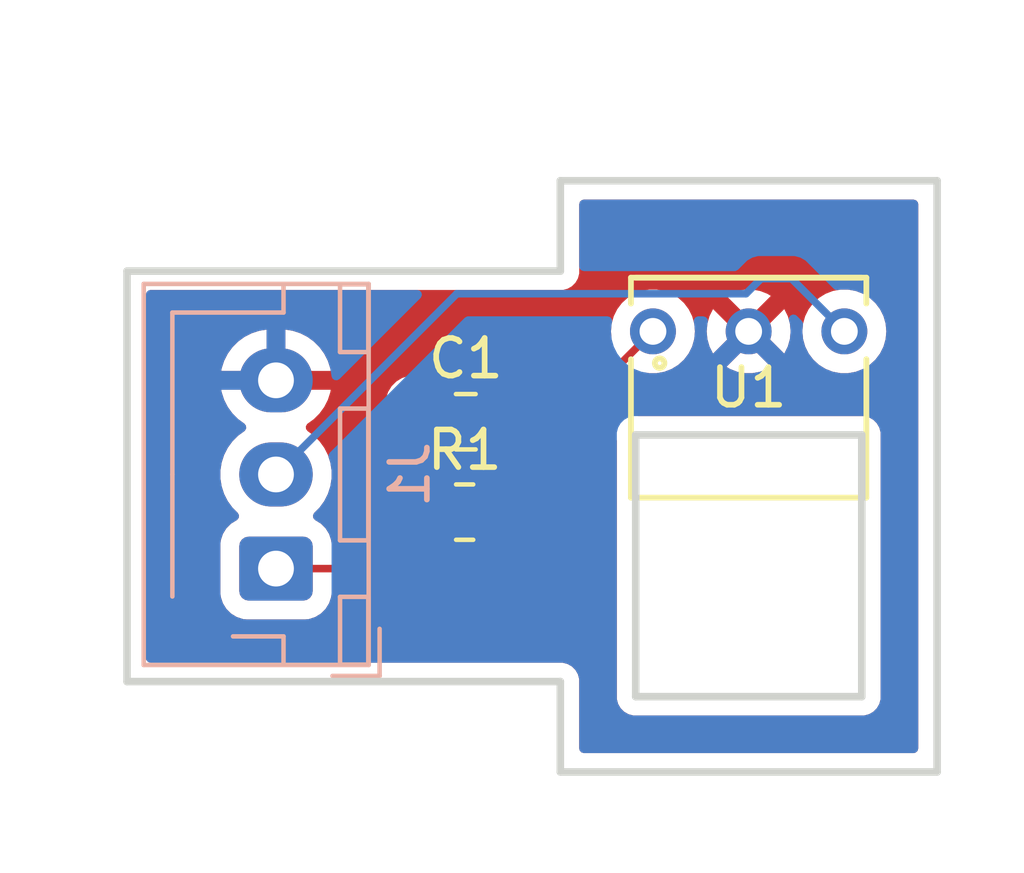
<source format=kicad_pcb>
(kicad_pcb (version 20240108) (generator "pcbnew") (generator_version "8.0")
  (layers (0 "F.Cu" signal) (31 "B.Cu" signal) (34 "B.Paste" user) (35 "F.Paste" user) (36 "B.SilkS" user "B.Silkscreen") (37 "F.SilkS" user "F.Silkscreen") (38 "B.Mask" user) (39 "F.Mask" user) (44 "Edge.Cuts" user))
  (net 0 "")
  (net 1 "Net-(J1-Pin_2)")
  (net 2 "GND")
  (net 3 "Net-(J1-Pin_1)")
  (net 4 "Net-(R1-Pad2)")
  (footprint "Capacitor_SMD:C_0805_2012Metric_Pad1.18x1.45mm_HandSolder" (layer "F.Cu") (at 197.7625 85.4)
    (property "Reference" "C1" (at 0 -1.68 0) (layer "F.SilkS"))
    (property "Value" "0.1uF")
    (fp_line (start -0.261252 -0.735) (end 0.261252 -0.735) (stroke (width 0.12)) (layer "F.SilkS"))
    (fp_line (start -0.261252 0.735) (end 0.261252 0.735) (stroke (width 0.12)) (layer "F.SilkS"))
    (pad "1" smd roundrect (at -1.0375 0) (size 1.175 1.45) (layers "F.Cu" "F.Paste" "F.Mask") (roundrect_rratio 0.2127659574) (net 3 "Net-(J1-Pin_1)"))
    (pad "2" smd roundrect (at 1.0375 0) (size 1.175 1.45) (layers "F.Cu" "F.Paste" "F.Mask") (roundrect_rratio 0.2127659574) (net 2 "GND"))
  )
  (footprint "tssp4038:TO_SP4038_VIS" (layer "F.Cu") (at 205.27 83)
    (property "Reference" "U1" (at 0 1.494 0) (layer "F.SilkS"))
    (property "Value" "TSSP4038")
    (fp_line (start -3.1242 -1.427) (end -3.1242 -0.739402) (stroke (width 0.1524)) (layer "F.SilkS"))
    (fp_line (start -3.1242 0.739402) (end -3.1242 4.415) (stroke (width 0.1524)) (layer "F.SilkS"))
    (fp_line (start -3.1242 4.415) (end 3.1242 4.415) (stroke (width 0.1524)) (layer "F.SilkS"))
    (fp_line (start -2.9972 -1.427) (end 2.9972 -1.427) (stroke (width 0.1524)) (layer "F.SilkS"))
    (fp_line (start 3.1242 -1.427) (end -3.1242 -1.427) (stroke (width 0.1524)) (layer "F.SilkS"))
    (fp_line (start 3.1242 -0.739402) (end 3.1242 -1.427) (stroke (width 0.1524)) (layer "F.SilkS"))
    (fp_line (start 3.1242 4.415) (end 3.1242 0.739402) (stroke (width 0.1524)) (layer "F.SilkS"))
    (fp_circle (center -2.3622 0.844) (end -2.2352 0.844) (stroke (width 0.1524)) (fill none) (layer "F.SilkS"))
    (pad "1" thru_hole circle (at -2.54 0) (size 1.2192 1.2192) (drill 0.7112) (layers "*.Cu" "*.Mask") (net 4 "Net-(R1-Pad2)"))
    (pad "2" thru_hole circle (at 0 0) (size 1.2192 1.2192) (drill 0.7112) (layers "*.Cu" "*.Mask") (net 2 "GND"))
    (pad "3" thru_hole circle (at 2.54 0) (size 1.2192 1.2192) (drill 0.7112) (layers "*.Cu" "*.Mask") (net 1 "Net-(J1-Pin_2)"))
  )
  (footprint "Resistor_SMD:R_0805_2012Metric_Pad1.20x1.40mm_HandSolder" (layer "F.Cu") (at 197.7325 87.8)
    (property "Reference" "R1" (at 0 -1.65 0) (layer "F.SilkS"))
    (property "Value" "100k")
    (fp_line (start -0.227064 -0.735) (end 0.227064 -0.735) (stroke (width 0.12)) (layer "F.SilkS"))
    (fp_line (start -0.227064 0.735) (end 0.227064 0.735) (stroke (width 0.12)) (layer "F.SilkS"))
    (pad "1" smd roundrect (at -1 0) (size 1.2 1.4) (layers "F.Cu" "F.Paste" "F.Mask") (roundrect_rratio 0.2083333333) (net 3 "Net-(J1-Pin_1)"))
    (pad "2" smd roundrect (at 1 0) (size 1.2 1.4) (layers "F.Cu" "F.Paste" "F.Mask") (roundrect_rratio 0.2083333333) (net 4 "Net-(R1-Pad2)"))
  )
  (footprint "Connector_JST:JST_XH_B3B-XH-AM_1x03_P2.50mm_Vertical" (layer "B.Cu") (at 192.725 89.3 90)
    (property "Reference" "J1" (at 2.5 3.55 -90) (layer "B.SilkS") (effects (justify mirror)))
    (property "Value" "Conn_01x03")
    (fp_line (start 7.56 -3.51) (end -2.56 -3.51) (stroke (width 0.12)) (layer "B.SilkS"))
    (fp_line (start -2.56 -3.51) (end -2.56 2.46) (stroke (width 0.12)) (layer "B.SilkS"))
    (fp_line (start 6.8 -2.75) (end 6.8 0.2) (stroke (width 0.12)) (layer "B.SilkS"))
    (fp_line (start 2.5 -2.75) (end 6.8 -2.75) (stroke (width 0.12)) (layer "B.SilkS"))
    (fp_line (start -0.74 -2.75) (end 2.5 -2.75) (stroke (width 0.12)) (layer "B.SilkS"))
    (fp_line (start -1.8 -1.14) (end -1.8 0.2) (stroke (width 0.12)) (layer "B.SilkS"))
    (fp_line (start 6.8 0.2) (end 7.55 0.2) (stroke (width 0.12)) (layer "B.SilkS"))
    (fp_line (start -1.8 0.2) (end -2.55 0.2) (stroke (width 0.12)) (layer "B.SilkS"))
    (fp_line (start -2.85 1.5) (end -2.85 2.75) (stroke (width 0.12)) (layer "B.SilkS"))
    (fp_line (start 7.55 1.7) (end 5.75 1.7) (stroke (width 0.12)) (layer "B.SilkS"))
    (fp_line (start 5.75 1.7) (end 5.75 2.45) (stroke (width 0.12)) (layer "B.SilkS"))
    (fp_line (start 4.25 1.7) (end 0.75 1.7) (stroke (width 0.12)) (layer "B.SilkS"))
    (fp_line (start 0.75 1.7) (end 0.75 2.45) (stroke (width 0.12)) (layer "B.SilkS"))
    (fp_line (start -0.75 1.7) (end -2.55 1.7) (stroke (width 0.12)) (layer "B.SilkS"))
    (fp_line (start -2.55 1.7) (end -2.55 2.45) (stroke (width 0.12)) (layer "B.SilkS"))
    (fp_line (start 7.55 2.45) (end 7.55 1.7) (stroke (width 0.12)) (layer "B.SilkS"))
    (fp_line (start 5.75 2.45) (end 7.55 2.45) (stroke (width 0.12)) (layer "B.SilkS"))
    (fp_line (start 4.25 2.45) (end 4.25 1.7) (stroke (width 0.12)) (layer "B.SilkS"))
    (fp_line (start 0.75 2.45) (end 4.25 2.45) (stroke (width 0.12)) (layer "B.SilkS"))
    (fp_line (start -0.75 2.45) (end -0.75 1.7) (stroke (width 0.12)) (layer "B.SilkS"))
    (fp_line (start -2.55 2.45) (end -0.75 2.45) (stroke (width 0.12)) (layer "B.SilkS"))
    (fp_line (start 7.56 2.46) (end 7.56 -3.51) (stroke (width 0.12)) (layer "B.SilkS"))
    (fp_line (start -2.56 2.46) (end 7.56 2.46) (stroke (width 0.12)) (layer "B.SilkS"))
    (fp_line (start -2.85 2.75) (end -1.6 2.75) (stroke (width 0.12)) (layer "B.SilkS"))
    (pad "1" thru_hole roundrect (at 0 0 90) (size 1.7 1.95) (drill 0.95) (layers "*.Cu" "*.Mask") (roundrect_rratio 0.1470588235) (net 3 "Net-(J1-Pin_1)"))
    (pad "2" thru_hole oval (at 2.5 0 90) (size 1.7 1.95) (drill 0.95) (layers "*.Cu" "*.Mask") (net 1 "Net-(J1-Pin_2)"))
    (pad "3" thru_hole oval (at 5 0 90) (size 1.7 1.95) (drill 0.95) (layers "*.Cu" "*.Mask") (net 2 "GND"))
  )
  (gr_line (start 208.271978 85.75) (end 208.271978 92.7) (stroke (width 0.2)) (layer "Edge.Cuts"))
  (gr_line (start 210.271978 79) (end 200.271978 79) (stroke (width 0.2)) (layer "Edge.Cuts"))
  (gr_line (start 200.271978 94.7) (end 210.271978 94.7) (stroke (width 0.2)) (layer "Edge.Cuts"))
  (gr_line (start 200.271978 81.4) (end 188.771978 81.4) (stroke (width 0.2)) (layer "Edge.Cuts"))
  (gr_line (start 202.271978 85.75) (end 202.271978 92.7) (stroke (width 0.2)) (layer "Edge.Cuts"))
  (gr_line (start 188.771978 81.4) (end 188.771978 92.3) (stroke (width 0.2)) (layer "Edge.Cuts"))
  (gr_line (start 202.271978 92.7) (end 208.271978 92.7) (stroke (width 0.2)) (layer "Edge.Cuts"))
  (gr_line (start 200.271978 92.3) (end 200.271978 94.7) (stroke (width 0.2)) (layer "Edge.Cuts"))
  (gr_line (start 210.271978 94.7) (end 210.271978 79) (stroke (width 0.2)) (layer "Edge.Cuts"))
  (gr_line (start 202.271978 85.75) (end 208.271978 85.75) (stroke (width 0.2)) (layer "Edge.Cuts"))
  (gr_line (start 188.771978 92.3) (end 200.271978 92.3) (stroke (width 0.2)) (layer "Edge.Cuts"))
  (gr_line (start 200.271978 79) (end 200.271978 81.4) (stroke (width 0.2)) (layer "Edge.Cuts"))
  (segment (start 205.2 82) (end 197.525 82) (width 0.2) (layer "B.Cu") (net 1))
  (segment (start 205.6 81.6) (end 205.2 82) (width 0.2) (layer "B.Cu") (net 1))
  (segment (start 206.41 81.6) (end 205.6 81.6) (width 0.2) (layer "B.Cu") (net 1))
  (segment (start 207.81 83) (end 206.41 81.6) (width 0.2) (layer "B.Cu") (net 1))
  (segment (start 197.525 82) (end 192.725 86.8) (width 0.2) (layer "B.Cu") (net 1))
  (segment (start 192.725 89.3) (end 195.2325 89.3) (width 0.2) (layer "F.Cu") (net 3))
  (segment (start 196.7325 85.4075) (end 196.725 85.4) (width 0.2) (layer "F.Cu") (net 3))
  (segment (start 195.2325 89.3) (end 196.7325 87.8) (width 0.2) (layer "F.Cu") (net 3))
  (segment (start 196.7325 87.8) (end 196.7325 85.4075) (width 0.2) (layer "F.Cu") (net 3))
  (segment (start 201.671978 84.860522) (end 198.7325 87.8) (width 0.2) (layer "F.Cu") (net 4))
  (segment (start 201.671978 84.058022) (end 201.671978 84.860522) (width 0.2) (layer "F.Cu") (net 4))
  (segment (start 202.73 83) (end 201.671978 84.058022) (width 0.2) (layer "F.Cu") (net 4))
  (zone (net 2) (net_name "GND") (layers "F&B.Cu") (connect_pads (clearance 0.5)) (min_thickness 0.25) (fill yes (thermal_gap 0.5) (thermal_bridge_width 0.5))
    (polygon (pts (xy 185.8 75.2) (xy 212.6 74.2) (xy 212.4 97.4) (xy 185.4 96.6)))
  )
)
</source>
